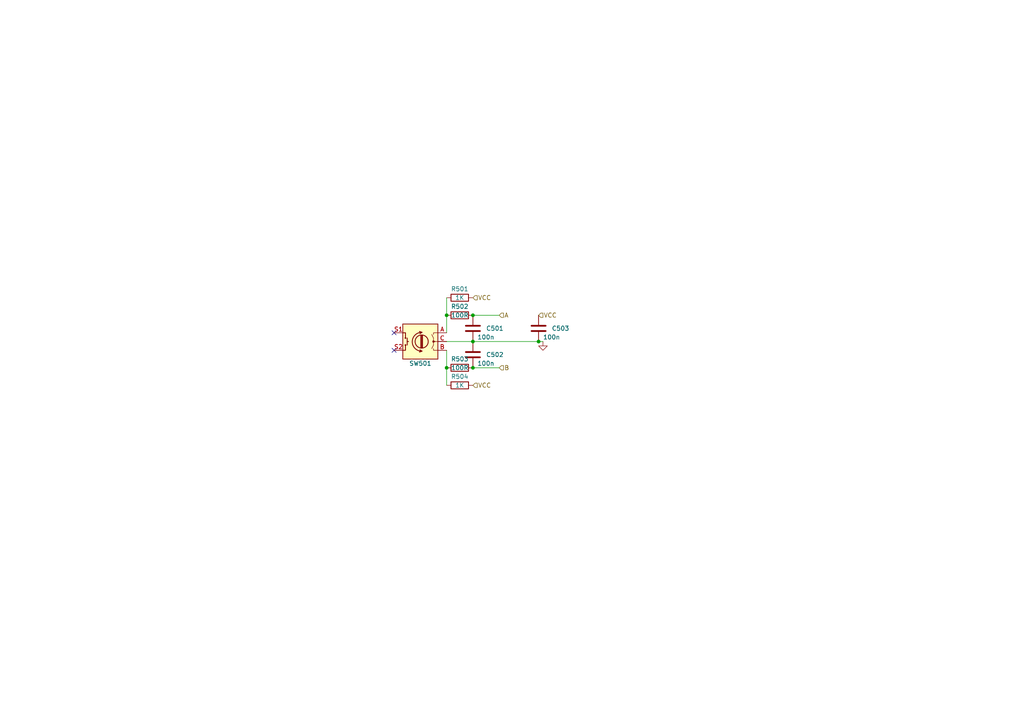
<source format=kicad_sch>
(kicad_sch (version 20211123) (generator eeschema)
  (paper "A4")
  (title_block (title "DZF-6020-UV-power-addon / UI board") (date "2024-09-10") (rev "1.0"))
  (lib_symbols
    (symbol "Device:C" (pin_numbers hide) (pin_names (offset 0.254))
      (property "Reference" "C" (at 0.635 2.54 0))
      (property "Value" "C" (at 0.635 -2.54 0))
      (symbol "C_0_1"
        (polyline (pts (xy -2.032 -0.762) (xy 2.032 -0.762)) (stroke (width 0.508)))
        (polyline (pts (xy -2.032 0.762) (xy 2.032 0.762)) (stroke (width 0.508)))
      )
      (symbol "C_1_1"
        (pin passive line (at 0 3.81 270) (length 2.794) (name "~") (number "1"))
        (pin passive line (at 0 -3.81 90) (length 2.794) (name "~") (number "2"))
      )
    )
    (symbol "Device:R" (pin_numbers hide) (pin_names (offset 0))
      (property "Reference" "R" (at 2.032 0 90))
      (property "Value" "R" (at 0 0 90))
      (symbol "R_0_1"
        (rectangle (start -1.016 -2.54) (end 1.016 2.54) (stroke (width 0.254)))
      )
      (symbol "R_1_1"
        (pin passive line (at 0 3.81 270) (length 1.27) (name "~") (number "1"))
        (pin passive line (at 0 -3.81 90) (length 1.27) (name "~") (number "2"))
      )
    )
    (symbol "Device:RotaryEncoder_Switch" (pin_names (offset 0.254) hide)
      (property "Reference" "SW" (at 0 6.604 0))
      (property "Value" "RotaryEncoder_Switch" (at 0 -6.604 0))
      (symbol "RotaryEncoder_Switch_0_1"
        (rectangle (start -5.08 5.08) (end 5.08 -5.08) (stroke (width 0.254)) (fill (type background)))
        (circle (center -3.81 0) (radius 0.254) (fill (type outline)))
        (arc (start -0.381 -2.794) (mid 2.3622 -0.0508) (end -0.381 2.667) (stroke (width 0.254)))
        (circle (center -0.381 0) (radius 1.905) (stroke (width 0.254)))
        (polyline (pts (xy -0.635 -1.778) (xy -0.635 1.778)) (stroke (width 0.254)))
        (polyline (pts (xy -0.381 -1.778) (xy -0.381 1.778)) (stroke (width 0.254)))
        (polyline (pts (xy -0.127 1.778) (xy -0.127 -1.778)) (stroke (width 0.254)))
        (polyline (pts (xy 3.81 0) (xy 3.429 0)) (stroke (width 0.254)))
        (polyline (pts (xy 3.81 1.016) (xy 3.81 -1.016)) (stroke (width 0.254)))
        (polyline (pts (xy -5.08 -2.54) (xy -3.81 -2.54) (xy -3.81 -2.032)))
        (polyline (pts (xy -5.08 2.54) (xy -3.81 2.54) (xy -3.81 2.032)))
        (polyline (pts (xy 0.254 -3.048) (xy -0.508 -2.794) (xy 0.127 -2.413)) (stroke (width 0.254)))
        (polyline (pts (xy 0.254 2.921) (xy -0.508 2.667) (xy 0.127 2.286)) (stroke (width 0.254)))
        (polyline (pts (xy 5.08 -2.54) (xy 4.318 -2.54) (xy 4.318 -1.016)) (stroke (width 0.254)))
        (polyline (pts (xy 5.08 2.54) (xy 4.318 2.54) (xy 4.318 1.016)) (stroke (width 0.254)))
        (polyline (pts (xy -5.08 0) (xy -3.81 0) (xy -3.81 -1.016) (xy -3.302 -2.032)))
        (polyline (pts (xy -4.318 0) (xy -3.81 0) (xy -3.81 1.016) (xy -3.302 2.032)))
        (circle (center 4.318 -1.016) (radius 0.127) (stroke (width 0.254)))
        (circle (center 4.318 1.016) (radius 0.127) (stroke (width 0.254)))
      )
      (symbol "RotaryEncoder_Switch_1_1"
        (pin passive line (at -7.62 2.54 0) (length 2.54) (name "A") (number "A"))
        (pin passive line (at -7.62 -2.54 0) (length 2.54) (name "B") (number "B"))
        (pin passive line (at -7.62 0 0) (length 2.54) (name "C") (number "C"))
        (pin passive line (at 7.62 2.54 180) (length 2.54) (name "S1") (number "S1"))
        (pin passive line (at 7.62 -2.54 180) (length 2.54) (name "S2") (number "S2"))
      )
    )
    (symbol "power:GND" (power) (pin_numbers hide) (pin_names (offset 0) hide)
      (property "Value" "GND" (at 0 -3.81 0))
      (symbol "GND_0_1"
        (polyline (pts (xy 0 0) (xy 0 -1.27) (xy 1.27 -1.27) (xy 0 -2.54) (xy -1.27 -1.27) (xy 0 -1.27)))
      )
      (symbol "GND_1_1"
        (pin power_in line (at 0 0 270) (length 0) hide (name "GND") (number "1"))
      )
    )
  )
  (junction (at 129.54 106.68))
  (junction (at 129.54 91.44))
  (junction (at 137.16 106.68))
  (junction (at 137.16 91.44))
  (junction (at 137.16 99.06))
  (junction (at 156.21 99.06))
  (no_connect (at 114.3 96.52))
  (no_connect (at 114.3 101.6))
  (wire (pts (xy 144.78 106.68) (xy 137.16 106.68)))
  (wire (pts (xy 156.21 99.06) (xy 137.16 99.06)))
  (wire (pts (xy 137.16 99.06) (xy 129.54 99.06)))
  (wire (pts (xy 157.48 99.06) (xy 156.21 99.06)))
  (wire (pts (xy 129.54 91.44) (xy 129.54 96.52)))
  (wire (pts (xy 144.78 91.44) (xy 137.16 91.44)))
  (wire (pts (xy 129.54 86.36) (xy 129.54 91.44)))
  (wire (pts (xy 129.54 106.68) (xy 129.54 111.76)))
  (wire (pts (xy 129.54 101.6) (xy 129.54 106.68)))
  (hierarchical_label "VCC" (shape input) (at 137.16 111.76 0))
  (hierarchical_label "VCC" (shape input) (at 156.21 91.44 0))
  (hierarchical_label "B" (shape input) (at 144.78 106.68 0))
  (hierarchical_label "A" (shape input) (at 144.78 91.44 0))
  (hierarchical_label "VCC" (shape input) (at 137.16 86.36 0))
  (symbol (lib_id "Device:R") (at 133.35 91.44 90) (unit 1)
    (property "Reference" "R502" (at 133.35 88.9 90))
    (property "Value" "100R" (at 133.35 91.44 90))
    (property "Footprint" "Resistor_SMD:R_0805_2012Metric_Pad1.20x1.40mm_HandSolder" (effects hide))
  )
  (symbol (lib_id "Device:R") (at 133.35 111.76 90) (unit 1)
    (property "Reference" "R504" (at 133.35 109.22 90))
    (property "Value" "1K" (at 133.35 111.76 90))
    (property "Footprint" "Resistor_SMD:R_0805_2012Metric_Pad1.20x1.40mm_HandSolder" (effects hide))
  )
  (symbol (lib_id "power:GND") (at 157.48 99.06 0) (unit 1)
    (property "Reference" "#PWR0501" (effects hide))
    (property "Value" "GND" (effects hide))
  )
  (symbol (lib_id "Device:R") (at 133.35 86.36 90) (unit 1)
    (property "Reference" "R501" (at 133.35 83.82 90))
    (property "Value" "1K" (at 133.35 86.36 90))
    (property "Footprint" "Resistor_SMD:R_0805_2012Metric_Pad1.20x1.40mm_HandSolder" (effects hide))
  )
  (symbol (lib_id "Device:RotaryEncoder_Switch") (at 121.92 99.06 0) (mirror y) (unit 1)
    (property "Reference" "SW501" (at 121.92 105.41 0))
    (property "Value" "RotaryEncoder_Switch" (effects hide))
    (property "Footprint" "-local:RotaryEncoder_Alps_EC11E-Switch_Vertical_H20mm_CircularMountingHoles" (effects hide))
  )
  (symbol (lib_id "Device:C") (at 156.21 95.25 0) (unit 1)
    (property "Reference" "C503" (at 160.02 95.25 0) (effects (justify left)))
    (property "Value" "100n" (at 157.48 97.79 0) (effects (justify left)))
    (property "Footprint" "Capacitor_SMD:C_0805_2012Metric_Pad1.18x1.45mm_HandSolder" (effects hide))
    (property "lcsc#" "C476766" (effects hide))
  )
  (symbol (lib_id "Device:R") (at 133.35 106.68 90) (unit 1)
    (property "Reference" "R503" (at 133.35 104.14 90))
    (property "Value" "100R" (at 133.35 106.68 90))
    (property "Footprint" "Resistor_SMD:R_0805_2012Metric_Pad1.20x1.40mm_HandSolder" (effects hide))
  )
  (symbol (lib_id "Device:C") (at 137.16 102.87 0) (unit 1)
    (property "Reference" "C502" (at 140.97 102.87 0) (effects (justify left)))
    (property "Value" "100n" (at 138.43 105.41 0) (effects (justify left)))
    (property "Footprint" "Capacitor_SMD:C_0805_2012Metric_Pad1.18x1.45mm_HandSolder" (effects hide))
    (property "lcsc#" "C476766" (effects hide))
  )
  (symbol (lib_id "Device:C") (at 137.16 95.25 0) (unit 1)
    (property "Reference" "C501" (at 140.97 95.25 0) (effects (justify left)))
    (property "Value" "100n" (at 138.43 97.79 0) (effects (justify left)))
    (property "Footprint" "Capacitor_SMD:C_0805_2012Metric_Pad1.18x1.45mm_HandSolder" (effects hide))
    (property "lcsc#" "C476766" (effects hide))
  )
)
</source>
